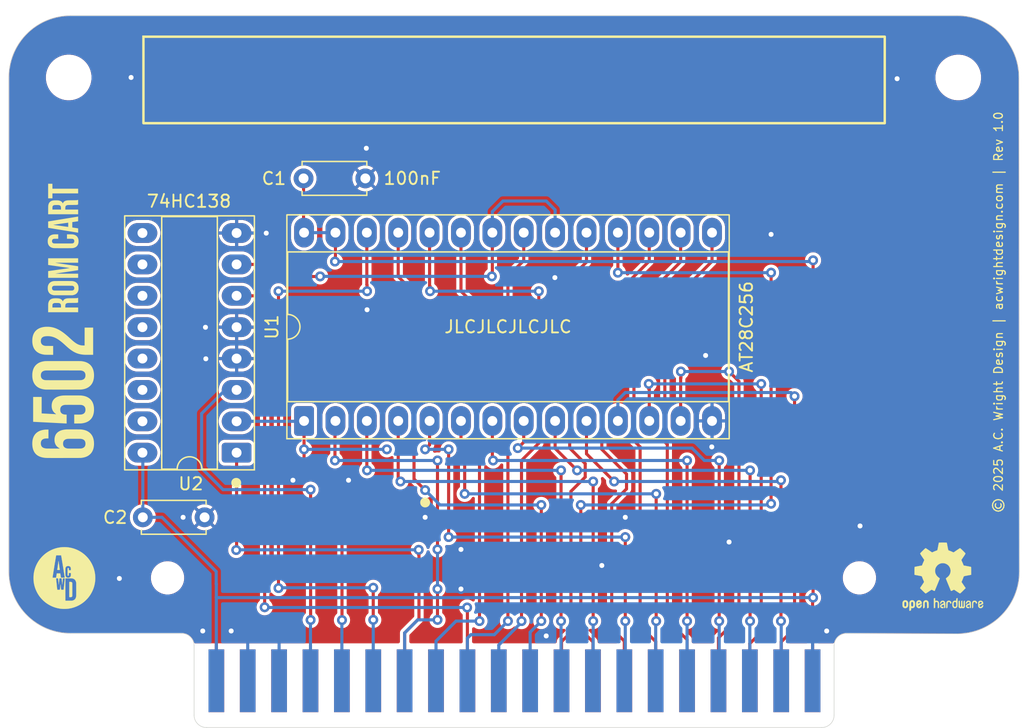
<source format=kicad_pcb>
(kicad_pcb (version 20241229) (generator "pcbnew") (generator_version "9.0")
  (title_block (title "6502 ROM Cart") (date "2025-09-17") (rev "1.0") (company "A.C. Wright Design"))
  (layers (0 "F.Cu" signal "Top") (2 "B.Cu" signal "Bottom") (13 "F.Paste" user) (15 "B.Paste" user) (5 "F.SilkS" user "F.Silkscreen") (7 "B.SilkS" user "B.Silkscreen") (1 "F.Mask" user) (3 "B.Mask" user) (25 "Edge.Cuts" user))
  (net 0 "")
  (net 1 "RB")
  (net 2 "A3")
  (net 3 "A0")
  (net 4 "D6")
  (net 5 "A10")
  (net 6 "A1")
  (net 7 "A5")
  (net 8 "D5")
  (net 9 "D0")
  (net 10 "A13")
  (net 11 "D2")
  (net 12 "A12")
  (net 13 "D4")
  (net 14 "A8")
  (net 15 "D3")
  (net 16 "D1")
  (net 17 "D7")
  (net 18 "A11")
  (net 19 "VCC")
  (net 20 "A4")
  (net 21 "RWB")
  (net 22 "PHI2")
  (net 24 "A15")
  (net 25 "A14")
  (net 27 "A7")
  (net 28 "A9")
  (net 29 "A6")
  (net 30 "A2")
  (net 36 "GND")
  (footprint "6502 Logos:6502 ROM Cart Logo 5mm" (layer "F.Cu") (at 102.900979 92.011955 90)
    (property "Reference" "G***" (hide yes))
    (property "Value" "LOGO" (hide yes))
  )
  (footprint "6502 Parts:6502 Card Edge" (layer "F.Cu") (at 115.3 132.57)
    (property "Reference" "J1" (hide yes))
    (property "Value" "6502 Card Edge" (hide yes))
    (pad "A0" smd rect (at 45.72 -2.54 90) (size 5.08 1.27) (layers "B.Cu" "B.Mask" "B.Paste") (net 3 "A0"))
    (pad "A1" smd rect (at 43.18 -2.54 90) (size 5.08 1.27) (layers "B.Cu" "B.Mask" "B.Paste") (net 6 "A1"))
    (pad "A2" smd rect (at 40.64 -2.54 90) (size 5.08 1.27) (layers "B.Cu" "B.Mask" "B.Paste") (net 30 "A2"))
    (pad "A3" smd rect (at 38.1 -2.54 90) (size 5.08 1.27) (layers "B.Cu" "B.Mask" "B.Paste") (net 2 "A3"))
    (pad "A4" smd rect (at 35.56 -2.54 90) (size 5.08 1.27) (layers "B.Cu" "B.Mask" "B.Paste") (net 20 "A4"))
    (pad "A5" smd rect (at 33.02 -2.54 90) (size 5.08 1.27) (layers "B.Cu" "B.Mask" "B.Paste") (net 7 "A5"))
    (pad "A6" smd rect (at 30.48 -2.54 90) (size 5.08 1.27) (layers "B.Cu" "B.Mask" "B.Paste") (net 29 "A6"))
    (pad "A7" smd rect (at 27.94 -2.54 90) (size 5.08 1.27) (layers "B.Cu" "B.Mask" "B.Paste") (net 27 "A7"))
    (pad "A8" smd rect (at 25.4 -2.54 90) (size 5.08 1.27) (layers "B.Cu" "B.Mask" "B.Paste") (net 14 "A8"))
    (pad "A9" smd rect (at 22.86 -2.54 90) (size 5.08 1.27) (layers "B.Cu" "B.Mask" "B.Paste") (net 28 "A9"))
    (pad "A10" smd rect (at 20.32 -2.54 90) (size 5.08 1.27) (layers "B.Cu" "B.Mask" "B.Paste") (net 5 "A10"))
    (pad "A11" smd rect (at 17.78 -2.54 90) (size 5.08 1.27) (layers "B.Cu" "B.Mask" "B.Paste") (net 18 "A11"))
    (pad "A12" smd rect (at 15.24 -2.54 90) (size 5.08 1.27) (layers "B.Cu" "B.Mask" "B.Paste") (net 12 "A12"))
    (pad "A13" smd rect (at 12.7 -2.54 90) (size 5.08 1.27) (layers "B.Cu" "B.Mask" "B.Paste") (net 10 "A13"))
    (pad "A14" smd rect (at 10.16 -2.54 90) (size 5.08 1.27) (layers "B.Cu" "B.Mask" "B.Paste") (net 25 "A14"))
    (pad "A15" smd rect (at 7.62 -2.54 90) (size 5.08 1.27) (layers "B.Cu" "B.Mask" "B.Paste") (net 24 "A15"))
    (pad "BE" smd rect (at 12.7 -2.54 90) (size 5.08 1.27) (layers "F.Cu" "F.Mask" "F.Paste"))
    (pad "D0" smd rect (at 45.72 -2.54 90) (size 5.08 1.27) (layers "F.Cu" "F.Mask" "F.Paste") (net 9 "D0"))
    (pad "D1" smd rect (at 43.18 -2.54 90) (size 5.08 1.27) (layers "F.Cu" "F.Mask" "F.Paste") (net 16 "D1"))
    (pad "D2" smd rect (at 40.64 -2.54 90) (size 5.08 1.27) (layers "F.Cu" "F.Mask" "F.Paste") (net 11 "D2"))
    (pad "D3" smd rect (at 38.1 -2.54 90) (size 5.08 1.27) (layers "F.Cu" "F.Mask" "F.Paste") (net 15 "D3"))
    (pad "D4" smd rect (at 35.56 -2.54 90) (size 5.08 1.27) (layers "F.Cu" "F.Mask" "F.Paste") (net 13 "D4"))
    (pad "D5" smd rect (at 33.02 -2.54 90) (size 5.08 1.27) (layers "F.Cu" "F.Mask" "F.Paste") (net 8 "D5"))
    (pad "D6" smd rect (at 30.48 -2.54 90) (size 5.08 1.27) (layers "F.Cu" "F.Mask" "F.Paste") (net 4 "D6"))
    (pad "D7" smd rect (at 27.94 -2.54 90) (size 5.08 1.27) (layers "F.Cu" "F.Mask" "F.Paste") (net 17 "D7"))
    (pad "EXP0" smd rect (at 5.08 -2.54 90) (size 5.08 1.27) (layers "B.Cu" "B.Mask" "B.Paste") (net 36 "GND"))
    (pad "EXP1" smd rect (at 2.54 -2.54 90) (size 5.08 1.27) (layers "B.Cu" "B.Mask" "B.Paste") (net 36 "GND"))
    (pad "EXP2" smd rect (at 25.4 -2.54 90) (size 5.08 1.27) (layers "F.Cu" "F.Mask" "F.Paste"))
    (pad "EXP3" smd rect (at 22.86 -2.54 90) (size 5.08 1.27) (layers "F.Cu" "F.Mask" "F.Paste"))
    (pad "GND" smd rect (at 0 -2.54 90) (size 5.08 1.27) (layers "F.Cu" "F.Mask" "F.Paste") (net 36 "GND"))
    (pad "GND" smd rect (at 48.26 -2.54 90) (size 5.08 1.27) (layers "B.Cu" "B.Mask" "B.Paste") (net 36 "GND"))
    (pad "IRQB" smd rect (at 5.08 -2.54 90) (size 5.08 1.27) (layers "F.Cu" "F.Mask" "F.Paste"))
    (pad "NMIB" smd rect (at 7.62 -2.54 90) (size 5.08 1.27) (layers "F.Cu" "F.Mask" "F.Paste"))
    (pad "PHI2" smd rect (at 20.32 -2.54 90) (size 5.08 1.27) (layers "F.Cu" "F.Mask" "F.Paste") (net 22 "PHI2"))
    (pad "RDY" smd rect (at 10.16 -2.54 90) (size 5.08 1.27) (layers "F.Cu" "F.Mask" "F.Paste"))
    (pad "RESB" smd rect (at 2.54 -2.54 90) (size 5.08 1.27) (layers "F.Cu" "F.Mask" "F.Paste"))
    (pad "RWB" smd rect (at 15.24 -2.54 90) (size 5.08 1.27) (layers "F.Cu" "F.Mask" "F.Paste") (net 21 "RWB"))
    (pad "SYNC" smd rect (at 17.78 -2.54 90) (size 5.08 1.27) (layers "F.Cu" "F.Mask" "F.Paste"))
    (pad "VCC" smd rect (at 0 -2.54 90) (size 5.08 1.27) (layers "B.Cu" "B.Mask" "B.Paste") (net 19 "VCC"))
    (pad "VCC" smd rect (at 48.26 -2.54 90) (size 5.08 1.27) (layers "F.Cu" "F.Mask" "F.Paste") (net 19 "VCC"))
  )
  (footprint "A.C. Wright Logo:A.C. Wright Logo 5mm" (layer "F.Cu") (at 103.0011 121.7136)
    (property "Reference" "G***" (hide yes))
    (property "Value" "LOGO" (hide yes))
  )
  (footprint "Symbol:OSHW-Logo2_7.3x6mm_SilkScreen" (layer "F.Cu") (at 174.1 121.6)
    (property "Reference" "REF**" (hide yes))
    (property "Value" "OSHW-Logo2_7.3x6mm_SilkScreen" (hide yes))
  )
  (footprint "Package_DIP:DIP-16_W7.62mm_Socket_LongPads" (layer "F.Cu") (at 116.94 111.57 180)
    (property "Reference" "U2" (at 3.7 -2.52 0) (layer "F.SilkS"))
    (property "Value" "74HC138" (at 3.85 20.35 0) (layer "F.SilkS"))
    (pad "1" thru_hole roundrect (at 0 0 180) (size 2.4 1.6) (drill 0.8) (layers "*.Cu" "*.Mask") (roundrect_rratio 0.15625) (net 21 "RWB"))
    (pad "2" thru_hole oval (at 0 2.54 180) (size 2.4 1.6) (drill 0.8) (layers "*.Cu" "*.Mask") (net 25 "A14"))
    (pad "3" thru_hole oval (at 0 5.08 180) (size 2.4 1.6) (drill 0.8) (layers "*.Cu" "*.Mask") (net 24 "A15"))
    (pad "4" thru_hole oval (at 0 7.62 180) (size 2.4 1.6) (drill 0.8) (layers "*.Cu" "*.Mask") (net 36 "GND"))
    (pad "5" thru_hole oval (at 0 10.16 180) (size 2.4 1.6) (drill 0.8) (layers "*.Cu" "*.Mask") (net 36 "GND"))
    (pad "6" thru_hole oval (at 0 12.7 180) (size 2.4 1.6) (drill 0.8) (layers "*.Cu" "*.Mask") (net 22 "PHI2"))
    (pad "7" thru_hole oval (at 0 15.24 180) (size 2.4 1.6) (drill 0.8) (layers "*.Cu" "*.Mask") (net 1 "RB"))
    (pad "8" thru_hole oval (at 0 17.78 180) (size 2.4 1.6) (drill 0.8) (layers "*.Cu" "*.Mask") (net 36 "GND"))
    (pad "9" thru_hole oval (at 7.62 17.78 180) (size 2.4 1.6) (drill 0.8) (layers "*.Cu" "*.Mask"))
    (pad "10" thru_hole oval (at 7.62 15.24 180) (size 2.4 1.6) (drill 0.8) (layers "*.Cu" "*.Mask"))
    (pad "11" thru_hole oval (at 7.62 12.7 180) (size 2.4 1.6) (drill 0.8) (layers "*.Cu" "*.Mask"))
    (pad "12" thru_hole oval (at 7.62 10.16 180) (size 2.4 1.6) (drill 0.8) (layers "*.Cu" "*.Mask"))
    (pad "13" thru_hole oval (at 7.62 7.62 180) (size 2.4 1.6) (drill 0.8) (layers "*.Cu" "*.Mask"))
    (pad "14" thru_hole oval (at 7.62 5.08 180) (size 2.4 1.6) (drill 0.8) (layers "*.Cu" "*.Mask"))
    (pad "15" thru_hole oval (at 7.62 2.54 180) (size 2.4 1.6) (drill 0.8) (layers "*.Cu" "*.Mask"))
    (pad "16" thru_hole oval (at 7.62 0 180) (size 2.4 1.6) (drill 0.8) (layers "*.Cu" "*.Mask") (net 19 "VCC"))
  )
  (footprint "MountingHole:MountingHole_3.2mm_M3" (layer "F.Cu") (at 103.35 81.2)
    (property "Reference" "H1" (hide yes))
    (property "Value" "MountingHole" (hide yes))
    (pad "" np_thru_hole circle (at 0 0) (size 3.2 3.2) (drill 3.2) (layers "*.Cu" "*.Mask"))
  )
  (footprint "Capacitor_THT:C_Disc_D5.0mm_W2.5mm_P5.00mm" (layer "F.Cu") (at 122.36 89.37)
    (property "Reference" "C1" (at -2.4 0.01 0) (layer "F.SilkS"))
    (property "Value" "100nF" (at 8.8 0 0) (layer "F.SilkS"))
    (pad "1" thru_hole circle (at 0 0) (size 1.6 1.6) (drill 0.8) (layers "*.Cu" "*.Mask") (net 19 "VCC"))
    (pad "2" thru_hole circle (at 5 0) (size 1.6 1.6) (drill 0.8) (layers "*.Cu" "*.Mask") (net 36 "GND"))
  )
  (footprint "MountingHole:MountingHole_3.2mm_M3" (layer "F.Cu") (at 175.35 81.2)
    (property "Reference" "H2" (hide yes))
    (property "Value" "MountingHole" (hide yes))
    (pad "" np_thru_hole circle (at 0 0) (size 3.2 3.2) (drill 3.2) (layers "*.Cu" "*.Mask"))
  )
  (footprint "MountingHole:MountingHole_2.2mm_M2" (layer "F.Cu") (at 111.35 121.7)
    (property "Reference" "H3" (hide yes))
    (property "Value" "MountingHole" (hide yes))
    (pad "" np_thru_hole circle (at 0 0) (size 2.2 2.2) (drill 2.2) (layers "*.Cu" "*.Mask"))
  )
  (footprint "Package_DIP:DIP-28_W15.24mm_Socket_LongPads" (layer "F.Cu") (at 122.4 109 90)
    (property "Reference" "U1" (at 7.6 -2.6 90) (layer "F.SilkS"))
    (property "Value" "AT28C256" (at 7.62 35.8 90) (layer "F.SilkS"))
    (pad "1" thru_hole roundrect (at 0 0 90) (size 2.4 1.6) (drill 0.8) (layers "*.Cu" "*.Mask") (roundrect_rratio 0.15625) (net 25 "A14"))
    (pad "2" thru_hole oval (at 0 2.54 90) (size 2.4 1.6) (drill 0.8) (layers "*.Cu" "*.Mask") (net 12 "A12"))
    (pad "3" thru_hole oval (at 0 5.08 90) (size 2.4 1.6) (drill 0.8) (layers "*.Cu" "*.Mask") (net 27 "A7"))
    (pad "4" thru_hole oval (at 0 7.62 90) (size 2.4 1.6) (drill 0.8) (layers "*.Cu" "*.Mask") (net 29 "A6"))
    (pad "5" thru_hole oval (at 0 10.16 90) (size 2.4 1.6) (drill 0.8) (layers "*.Cu" "*.Mask") (net 7 "A5"))
    (pad "6" thru_hole oval (at 0 12.7 90) (size 2.4 1.6) (drill 0.8) (layers "*.Cu" "*.Mask") (net 20 "A4"))
    (pad "7" thru_hole oval (at 0 15.24 90) (size 2.4 1.6) (drill 0.8) (layers "*.Cu" "*.Mask") (net 2 "A3"))
    (pad "8" thru_hole oval (at 0 17.78 90) (size 2.4 1.6) (drill 0.8) (layers "*.Cu" "*.Mask") (net 30 "A2"))
    (pad "9" thru_hole oval (at 0 20.32 90) (size 2.4 1.6) (drill 0.8) (layers "*.Cu" "*.Mask") (net 6 "A1"))
    (pad "10" thru_hole oval (at 0 22.86 90) (size 2.4 1.6) (drill 0.8) (layers "*.Cu" "*.Mask") (net 3 "A0"))
    (pad "11" thru_hole oval (at 0 25.4 90) (size 2.4 1.6) (drill 0.8) (layers "*.Cu" "*.Mask") (net 9 "D0"))
    (pad "12" thru_hole oval (at 0 27.94 90) (size 2.4 1.6) (drill 0.8) (layers "*.Cu" "*.Mask") (net 16 "D1"))
    (pad "13" thru_hole oval (at 0 30.48 90) (size 2.4 1.6) (drill 0.8) (layers "*.Cu" "*.Mask") (net 11 "D2"))
    (pad "14" thru_hole oval (at 0 33.02 90) (size 2.4 1.6) (drill 0.8) (layers "*.Cu" "*.Mask") (net 36 "GND"))
    (pad "15" thru_hole oval (at 15.24 33.02 90) (size 2.4 1.6) (drill 0.8) (layers "*.Cu" "*.Mask") (net 15 "D3"))
    (pad "16" thru_hole oval (at 15.24 30.48 90) (size 2.4 1.6) (drill 0.8) (layers "*.Cu" "*.Mask") (net 13 "D4"))
    (pad "17" thru_hole oval (at 15.24 27.94 90) (size 2.4 1.6) (drill 0.8) (layers "*.Cu" "*.Mask") (net 8 "D5"))
    (pad "18" thru_hole oval (at 15.24 25.4 90) (size 2.4 1.6) (drill 0.8) (layers "*.Cu" "*.Mask") (net 4 "D6"))
    (pad "19" thru_hole oval (at 15.24 22.86 90) (size 2.4 1.6) (drill 0.8) (layers "*.Cu" "*.Mask") (net 17 "D7"))
    (pad "20" thru_hole oval (at 15.24 20.32 90) (size 2.4 1.6) (drill 0.8) (layers "*.Cu" "*.Mask") (net 1 "RB"))
    (pad "21" thru_hole oval (at 15.24 17.78 90) (size 2.4 1.6) (drill 0.8) (layers "*.Cu" "*.Mask") (net 5 "A10"))
    (pad "22" thru_hole oval (at 15.24 15.24 90) (size 2.4 1.6) (drill 0.8) (layers "*.Cu" "*.Mask") (net 1 "RB"))
    (pad "23" thru_hole oval (at 15.24 12.7 90) (size 2.4 1.6) (drill 0.8) (layers "*.Cu" "*.Mask") (net 18 "A11"))
    (pad "24" thru_hole oval (at 15.24 10.16 90) (size 2.4 1.6) (drill 0.8) (layers "*.Cu" "*.Mask") (net 28 "A9"))
    (pad "25" thru_hole oval (at 15.24 7.62 90) (size 2.4 1.6) (drill 0.8) (layers "*.Cu" "*.Mask") (net 14 "A8"))
    (pad "26" thru_hole oval (at 15.24 5.08 90) (size 2.4 1.6) (drill 0.8) (layers "*.Cu" "*.Mask") (net 10 "A13"))
    (pad "27" thru_hole oval (at 15.24 2.54 90) (size 2.4 1.6) (drill 0.8) (layers "*.Cu" "*.Mask") (net 19 "VCC"))
    (pad "28" thru_hole oval (at 15.24 0 90) (size 2.4 1.6) (drill 0.8) (layers "*.Cu" "*.Mask") (net 19 "VCC"))
  )
  (footprint "MountingHole:MountingHole_2.2mm_M2" (layer "F.Cu") (at 167.35 121.7)
    (property "Reference" "H4" (hide yes))
    (property "Value" "MountingHole" (hide yes))
    (pad "" np_thru_hole circle (at 0 0) (size 2.2 2.2) (drill 2.2) (layers "*.Cu" "*.Mask"))
  )
  (footprint "Capacitor_THT:C_Disc_D5.0mm_W2.5mm_P5.00mm" (layer "F.Cu") (at 109.35 116.8)
    (property "Reference" "C2" (at -2.24 0.01 0) (layer "F.SilkS"))
    (property "Value" "100nF")
    (pad "1" thru_hole circle (at 0 0) (size 1.6 1.6) (drill 0.8) (layers "*.Cu" "*.Mask") (net 19 "VCC"))
    (pad "2" thru_hole circle (at 5 0) (size 1.6 1.6) (drill 0.8) (layers "*.Cu" "*.Mask") (net 36 "GND"))
  )
  (gr_circle (center 116.91 114.01) (end 117.11 114.01) (stroke (width 0.4)) (fill no) (layer "F.SilkS"))
  (gr_rect (start 109.4 77.9) (end 169.4 84.9) (stroke (width 0.2)) (fill no) (layer "F.SilkS"))
  (gr_circle (center 132.2 115.6) (end 132.4 115.6) (stroke (width 0.4)) (fill no) (layer "F.SilkS"))
  (gr_arc (start 165.3011 127.1936) (mid 165.593993 126.486493) (end 166.30995 126.193639) (stroke (width 0.05)) (layer "Edge.Cuts"))
  (gr_line (start 98.5011 81.1936) (end 98.5011 121.1936) (stroke (width 0.05)) (layer "Edge.Cuts"))
  (gr_line (start 103.5011 126.1936) (end 112.5011 126.1936) (stroke (width 0.05)) (layer "Edge.Cuts"))
  (gr_line (start 180.299982 121.180046) (end 180.264425 81.189254) (stroke (width 0.05)) (layer "Edge.Cuts"))
  (gr_arc (start 175.228283 76.193601) (mid 178.8 77.658066) (end 180.264425 81.189254) (stroke (width 0.05)) (layer "Edge.Cuts"))
  (gr_arc (start 103.5011 126.1936) (mid 99.965566 124.729134) (end 98.5011 121.1936) (stroke (width 0.05)) (layer "Edge.Cuts"))
  (gr_arc (start 98.5011 81.1936) (mid 99.965566 77.658066) (end 103.5011 76.1936) (stroke (width 0.05)) (layer "Edge.Cuts"))
  (gr_line (start 166.30995 126.193639) (end 175.300174 126.229171) (stroke (width 0.05)) (layer "Edge.Cuts"))
  (gr_arc (start 112.5011 126.1936) (mid 113.208207 126.486493) (end 113.5011 127.1936) (stroke (width 0.05)) (layer "Edge.Cuts"))
  (gr_line (start 175.228283 76.193601) (end 103.5011 76.1936) (stroke (width 0.05)) (layer "Edge.Cuts"))
  (gr_arc (start 114.5011 133.8136) (mid 113.793993 133.520707) (end 113.5011 132.8136) (stroke (width 0.05)) (layer "Edge.Cuts"))
  (gr_line (start 113.5011 127.1936) (end 113.5011 132.8136) (stroke (width 0.05)) (layer "Edge.Cuts"))
  (gr_arc (start 180.299982 121.180046) (mid 178.798087 124.781107) (end 175.300174 126.229171) (stroke (width 0.05)) (layer "Edge.Cuts"))
  (gr_arc (start 165.3011 132.8136) (mid 165.008207 133.520707) (end 164.3011 133.8136) (stroke (width 0.05)) (layer "Edge.Cuts"))
  (gr_line (start 165.3011 132.8136) (end 165.3011 127.1936) (stroke (width 0.05)) (layer "Edge.Cuts"))
  (gr_line (start 114.5011 133.8136) (end 164.3011 133.8136) (stroke (width 0.05)) (layer "Edge.Cuts"))
  (gr_text "© 2025 A.C. Wright Design | acwrightdesign.com | Rev 1.0" (at 178.6 100.2 90) (layer "F.SilkS") (effects (font (size 0.7 0.7) (thickness 0.1))))
  (gr_text "JLCJLCJLCJLC" (at 138.91 101.38 0) (layer "F.SilkS") (effects (font (size 1 1))))
  (segment (start 123.69 97.31) (end 123.7 97.3) (width 0.25) (layer "F.Cu") (net 1))
  (segment (start 116.94 96.33) (end 120.58 96.33) (width 0.25) (layer "F.Cu") (net 1))
  (segment (start 121.56 97.31) (end 123.69 97.31) (width 0.25) (layer "F.Cu") (net 1))
  (segment (start 137.64 97.26) (end 137.64 93.76) (width 0.25) (layer "F.Cu") (net 1))
  (segment (start 120.58 96.33) (end 121.56 97.31) (width 0.25) (layer "F.Cu") (net 1))
  (segment (start 137.6 97.3) (end 137.64 97.26) (width 0.25) (layer "F.Cu") (net 1))
  (via (at 137.6 97.3) (size 0.8) (drill 0.4) (layers "F.Cu" "B.Cu") (net 1))
  (via (at 123.7 97.3) (size 0.8) (drill 0.4) (layers "F.Cu" "B.Cu") (net 1))
  (segment (start 142 91.2) (end 142.72 91.92) (width 0.25) (layer "B.Cu") (net 1))
  (segment (start 137.64 93.76) (end 137.64 92.06) (width 0.25) (layer "B.Cu") (net 1))
  (segment (start 137.64 92.06) (end 138.5 91.2) (width 0.25) (layer "B.Cu") (net 1))
  (segment (start 123.7 97.3) (end 137.6 97.3) (width 0.25) (layer "B.Cu") (net 1))
  (segment (start 142.72 91.92) (end 142.72 93.76) (width 0.25) (layer "B.Cu") (net 1))
  (segment (start 138.5 91.2) (end 142 91.2) (width 0.25) (layer "B.Cu") (net 1))
  (segment (start 153.4 112.2) (end 153.4 125.2) (width 0.25) (layer "F.Cu") (net 2))
  (segment (start 137.64 109) (end 137.64 112.14) (width 0.25) (layer "F.Cu") (net 2))
  (segment (start 137.64 112.14) (end 137.7 112.2) (width 0.25) (layer "F.Cu") (net 2))
  (via (at 153.4 125.2) (size 0.8) (drill 0.4) (layers "F.Cu" "B.Cu") (net 2))
  (via (at 153.4 112.2) (size 0.8) (drill 0.4) (layers "F.Cu" "B.Cu") (net 2))
  (via (at 137.7 112.2) (size 0.8) (drill 0.4) (layers "F.Cu" "B.Cu") (net 2))
  (segment (start 137.7 112.2) (end 153.4 112.2) (width 0.25) (layer "B.Cu") (net 2))
  (segment (start 153.4 125.2) (end 153.4 130.03) (width 0.25) (layer "B.Cu") (net 2))
  (segment (start 145.26 109) (end 145.26 111.66) (width 0.25) (layer "F.Cu") (net 3))
  (segment (start 145.26 111.66) (end 147.5 113.9) (width 0.25) (layer "F.Cu") (net 3))
  (segment (start 161 113.8) (end 161 125.2) (width 0.25) (layer "F.Cu") (net 3))
  (via (at 161 125.2) (size 0.8) (drill 0.4) (layers "F.Cu" "B.Cu") (net 3))
  (via (at 161 113.8) (size 0.8) (drill 0.4) (layers "F.Cu" "B.Cu") (net 3))
  (via (at 147.5 113.9) (size 0.8) (drill 0.4) (layers "F.Cu" "B.Cu") (net 3))
  (segment (start 147.5 113.9) (end 160.9 113.9) (width 0.25) (layer "B.Cu") (net 3))
  (segment (start 160.9 113.9) (end 161 113.8) (width 0.25) (layer "B.Cu") (net 3))
  (segment (start 161 125.2) (end 161.02 125.22) (width 0.25) (layer "B.Cu") (net 3))
  (segment (start 161.02 125.22) (end 161.02 130.03) (width 0.25) (layer "B.Cu") (net 3))
  (segment (start 147.8 97) (end 147.8 93.76) (width 0.25) (layer "F.Cu") (net 4))
  (segment (start 160.2 115.7) (end 160.2 97) (width 0.25) (layer "F.Cu") (net 4))
  (segment (start 145.78 130.03) (end 145.78 126.88) (width 0.25) (layer "F.Cu") (net 4))
  (segment (start 144.8 125.9) (end 144.8 115.8) (width 0.25) (layer "F.Cu") (net 4))
  (segment (start 145.78 126.88) (end 144.8 125.9) (width 0.25) (layer "F.Cu") (net 4))
  (segment (start 144.8 115.8) (end 144.8 115.9) (width 0.25) (layer "F.Cu") (net 4))
  (via (at 160.2 115.7) (size 0.8) (drill 0.4) (layers "F.Cu" "B.Cu") (net 4))
  (via (at 147.8 97) (size 0.8) (drill 0.4) (layers "F.Cu" "B.Cu") (net 4))
  (via (at 160.2 97) (size 0.8) (drill 0.4) (layers "F.Cu" "B.Cu") (net 4))
  (via (at 144.8 115.8) (size 0.8) (drill 0.4) (layers "F.Cu" "B.Cu") (net 4))
  (segment (start 160.1 115.8) (end 160.2 115.7) (width 0.25) (layer "B.Cu") (net 4))
  (segment (start 144.8 115.8) (end 160.1 115.8) (width 0.25) (layer "B.Cu") (net 4))
  (segment (start 160.2 97) (end 147.8 97) (width 0.25) (layer "B.Cu") (net 4))
  (segment (start 138.9 97.3) (end 140.18 96.02) (width 0.25) (layer "F.Cu") (net 5))
  (segment (start 138.9 125.2) (end 138.9 97.3) (width 0.25) (layer "F.Cu") (net 5))
  (segment (start 140.18 96.02) (end 140.18 93.76) (width 0.25) (layer "F.Cu") (net 5))
  (via (at 138.9 125.2) (size 0.8) (drill 0.4) (layers "F.Cu" "B.Cu") (net 5))
  (segment (start 135.62 126.58) (end 135.9 126.3) (width 0.25) (layer "B.Cu") (net 5))
  (segment (start 135.62 130.03) (end 135.62 126.58) (width 0.25) (layer "B.Cu") (net 5))
  (segment (start 135.9 126.3) (end 137.8 126.3) (width 0.25) (layer "B.Cu") (net 5))
  (segment (start 135.636 130.014) (end 135.62 130.03) (width 0.25) (layer "B.Cu") (net 5))
  (segment (start 137.8 126.3) (end 138.9 125.2) (width 0.25) (layer "B.Cu") (net 5))
  (segment (start 144.5 113) (end 142.72 111.22) (width 0.25) (layer "F.Cu") (net 6))
  (segment (start 142.72 111.22) (end 142.72 109) (width 0.25) (layer "F.Cu") (net 6))
  (segment (start 158.5 113) (end 158.5 125.2) (width 0.25) (layer "F.Cu") (net 6))
  (via (at 158.5 125.2) (size 0.8) (drill 0.4) (layers "F.Cu" "B.Cu") (net 6))
  (via (at 144.5 113) (size 0.8) (drill 0.4) (layers "F.Cu" "B.Cu") (net 6))
  (via (at 158.5 113) (size 0.8) (drill 0.4) (layers "F.Cu" "B.Cu") (net 6))
  (segment (start 158.48 125.22) (end 158.48 130.03) (width 0.25) (layer "B.Cu") (net 6))
  (segment (start 158.5 125.2) (end 158.48 125.22) (width 0.25) (layer "B.Cu") (net 6))
  (segment (start 144.5 113) (end 158.5 113) (width 0.25) (layer "B.Cu") (net 6))
  (segment (start 134.1 111.3) (end 134.1 118.4) (width 0.25) (layer "F.Cu") (net 7))
  (segment (start 148.4 118.4) (end 148.4 125.2) (width 0.25) (layer "F.Cu") (net 7))
  (segment (start 132.56 110.94) (end 132.2 111.3) (width 0.25) (layer "F.Cu") (net 7))
  (segment (start 132.56 109) (end 132.56 110.94) (width 0.25) (layer "F.Cu") (net 7))
  (via (at 134.1 111.3) (size 0.8) (drill 0.4) (layers "F.Cu" "B.Cu") (net 7))
  (via (at 148.4 125.2) (size 0.8) (drill 0.4) (layers "F.Cu" "B.Cu") (net 7))
  (via (at 132.2 111.3) (size 0.8) (drill 0.4) (layers "F.Cu" "B.Cu") (net 7))
  (via (at 148.4 118.4) (size 0.8) (drill 0.4) (layers "F.Cu" "B.Cu") (net 7))
  (via (at 134.1 118.4) (size 0.8) (drill 0.4) (layers "F.Cu" "B.Cu") (net 7))
  (segment (start 148.4 129.95) (end 148.32 130.03) (width 0.25) (layer "B.Cu") (net 7))
  (segment (start 132.2 111.3) (end 134.1 111.3) (width 0.25) (layer "B.Cu") (net 7))
  (segment (start 148.336 130.014) (end 148.32 130.03) (width 0.25) (layer "B.Cu") (net 7))
  (segment (start 148.4 125.2) (end 148.4 129.95) (width 0.25) (layer "B.Cu") (net 7))
  (segment (start 134.1 118.4) (end 148.4 118.4) (width 0.25) (layer "B.Cu") (net 7))
  (segment (start 148.5 113.3) (end 146.5 111.3) (width 0.25) (layer "F.Cu") (net 8))
  (segment (start 150.34 96.06) (end 150.34 93.76) (width 0.25) (layer "F.Cu") (net 8))
  (segment (start 148.32 130.03) (end 148.32 126.82) (width 0.25) (layer "F.Cu") (net 8))
  (segment (start 146.5 111.3) (end 146.5 99.9) (width 0.25) (layer "F.Cu") (net 8))
  (segment (start 148.5 114.5) (end 148.5 113.3) (width 0.25) (layer "F.Cu") (net 8))
  (segment (start 148.32 126.82) (end 147.3 125.8) (width 0.25) (layer "F.Cu") (net 8))
  (segment (start 146.5 99.9) (end 150.34 96.06) (width 0.25) (layer "F.Cu") (net 8))
  (segment (start 147.3 115.7) (end 148.5 114.5) (width 0.25) (layer "F.Cu") (net 8))
  (segment (start 147.3 125.8) (end 147.3 115.7) (width 0.25) (layer "F.Cu") (net 8))
  (segment (start 162 125.9) (end 162.1 125.8) (width 0.25) (layer "F.Cu") (net 9))
  (segment (start 161.02 126.88) (end 162 125.9) (width 0.25) (layer "F.Cu") (net 9))
  (segment (start 162.1 125.8) (end 162.1 107) (width 0.25) (layer "F.Cu") (net 9))
  (segment (start 161.02 130.03) (end 161.02 126.88) (width 0.25) (layer "F.Cu") (net 9))
  (via (at 162.1 107) (size 0.8) (drill 0.4) (layers "F.Cu" "B.Cu") (net 9))
  (segment (start 147.8 107.3) (end 147.8 109) (width 0.25) (layer "B.Cu") (net 9))
  (segment (start 162.1 107) (end 161.8 106.7) (width 0.25) (layer "B.Cu") (net 9))
  (segment (start 148.4 106.7) (end 147.8 107.3) (width 0.25) (layer "B.Cu") (net 9))
  (segment (start 161.8 106.7) (end 148.4 106.7) (width 0.25) (layer "B.Cu") (net 9))
  (segment (start 127.5 98) (end 127.48 97.98) (width 0.25) (layer "F.Cu") (net 10))
  (segment (start 128 125.1) (end 128 122.5) (width 0.25) (layer "F.Cu") (net 10))
  (segment (start 120.33 122.41) (end 120.21 122.53) (width 0.25) (layer "F.Cu") (net 10))
  (segment (start 127.5 98.5) (end 127.5 98) (width 0.25) (layer "F.Cu") (net 10))
  (segment (start 120.21 122.53) (end 120.33 122.53) (width 0.25) (layer "F.Cu") (net 10))
  (segment (start 120.33 98.5) (end 120.33 122.41) (width 0.25) (layer "F.Cu") (net 10))
  (segment (start 127.48 97.98) (end 127.48 93.76) (width 0.25) (layer "F.Cu") (net 10))
  (via (at 128 125.1) (size 0.8) (drill 0.4) (layers "F.Cu" "B.Cu") (net 10))
  (via (at 127.5 98.5) (size 0.8) (drill 0.4) (layers "F.Cu" "B.Cu") (net 10))
  (via (at 120.33 98.5) (size 0.8) (drill 0.4) (layers "F.Cu" "B.Cu") (net 10))
  (via (at 128 122.5) (size 0.8) (drill 0.4) (layers "F.Cu" "B.Cu") (net 10))
  (via (at 120.33 122.53) (size 0.8) (drill 0.4) (layers "F.Cu" "B.Cu") (net 10))
  (segment (start 120.33 122.53) (end 120.36 122.5) (width 0.25) (layer "B.Cu") (net 10))
  (segment (start 120.36 122.5) (end 128 122.5) (width 0.25) (layer "B.Cu") (net 10))
  (segment (start 120.33 98.5) (end 127.5 98.5) (width 0.25) (layer "B.Cu") (net 10))
  (segment (start 128.016 130.014) (end 128 130.03) (width 0.25) (layer "B.Cu") (net 10))
  (segment (start 128 130.03) (end 128 125.1) (width 0.25) (layer "B.Cu") (net 10))
  (segment (start 157.6 105.8) (end 156.8 105) (width 0.25) (layer "F.Cu") (net 11))
  (segment (start 152.9 105) (end 152.9 105.5) (width 0.25) (layer "F.Cu") (net 11))
  (segment (start 157.6 124.9) (end 157.6 105.8) (width 0.25) (layer "F.Cu") (net 11))
  (segment (start 152.88 105.52) (end 152.88 109) (width 0.25) (layer "F.Cu") (net 11))
  (segment (start 152.9 105.5) (end 152.88 105.52) (width 0.25) (layer "F.Cu") (net 11))
  (segment (start 155.94 130.03) (end 155.94 126.56) (width 0.25) (layer "F.Cu") (net 11))
  (segment (start 155.94 126.56) (end 157.6 124.9) (width 0.25) (layer "F.Cu") (net 11))
  (via (at 152.9 105) (size 0.8) (drill 0.4) (layers "F.Cu" "B.Cu") (net 11))
  (via (at 156.8 105) (size 0.8) (drill 0.4) (layers "F.Cu" "B.Cu") (net 11))
  (segment (start 156.8 105) (end 152.9 105) (width 0.25) (layer "B.Cu") (net 11))
  (segment (start 124.9 112.2) (end 124.9 109.04) (width 0.25) (layer "F.Cu") (net 12))
  (segment (start 133.2 125.1) (end 133.2 122.6) (width 0.25) (layer "F.Cu") (net 12))
  (segment (start 133.2 119.4) (end 133.2 112.2) (width 0.25) (layer "F.Cu") (net 12))
  (segment (start 124.9 109.04) (end 124.94 109) (width 0.25) (layer "F.Cu") (net 12))
  (via (at 124.9 112.2) (size 0.8) (drill 0.4) (layers "F.Cu" "B.Cu") (net 12))
  (via (at 133.2 112.2) (size 0.8) (drill 0.4) (layers "F.Cu" "B.Cu") (net 12))
  (via (at 133.2 125.1) (size 0.8) (drill 0.4) (layers "F.Cu" "B.Cu") (net 12))
  (via (at 133.2 122.6) (size 0.8) (drill 0.4) (layers "F.Cu" "B.Cu") (net 12))
  (via (at 133.2 119.4) (size 0.8) (drill 0.4) (layers "F.Cu" "B.Cu") (net 12))
  (segment (start 133.2 112.2) (end 124.9 112.2) (width 0.25) (layer "B.Cu") (net 12))
  (segment (start 130.54 130.03) (end 130.54 126.16) (width 0.25) (layer "B.Cu") (net 12))
  (segment (start 133.2 122.6) (end 133.2 119.4) (width 0.25) (layer "B.Cu") (net 12))
  (segment (start 131.6 125.1) (end 133.2 125.1) (width 0.25) (layer "B.Cu") (net 12))
  (segment (start 130.54 126.16) (end 131.6 125.1) (width 0.25) (layer "B.Cu") (net 12))
  (segment (start 149.6 125.6) (end 149.6 111.1) (width 0.25) (layer "F.Cu") (net 13))
  (segment (start 152.9 96.1) (end 152.88 96.08) (width 0.25) (layer "F.Cu") (net 13))
  (segment (start 152.88 96.08) (end 152.88 93.76) (width 0.25) (layer "F.Cu") (net 13))
  (segment (start 150.86 130.03) (end 150.86 126.86) (width 0.25) (layer "F.Cu") (net 13))
  (segment (start 149.6 111.1) (end 149.1 110.6) (width 0.25) (layer "F.Cu") (net 13))
  (segment (start 149.1 99.9) (end 152.9 96.1) (width 0.25) (layer "F.Cu") (net 13))
  (segment (start 149.1 110.6) (end 149.1 99.9) (width 0.25) (layer "F.Cu") (net 13))
  (segment (start 150.86 126.86) (end 149.6 125.6) (width 0.25) (layer "F.Cu") (net 13))
  (segment (start 141.6 125.2) (end 141.6 115.8) (width 0.25) (layer "F.Cu") (net 14))
  (segment (start 130 97.3) (end 130.02 97.28) (width 0.25) (layer "F.Cu") (net 14))
  (segment (start 131.3 98.6) (end 130 97.3) (width 0.25) (layer "F.Cu") (net 14))
  (segment (start 132.2 114.6) (end 131.3 113.7) (width 0.25) (layer "F.Cu") (net 14))
  (segment (start 130.02 97.28) (end 130.02 93.76) (width 0.25) (layer "F.Cu") (net 14))
  (segment (start 131.3 113.7) (end 131.3 98.6) (width 0.25) (layer "F.Cu") (net 14))
  (via (at 141.6 125.2) (size 0.8) (drill 0.4) (layers "F.Cu" "B.Cu") (net 14))
  (via (at 132.2 114.6) (size 0.8) (drill 0.4) (layers "F.Cu" "B.Cu") (net 14))
  (via (at 141.6 115.8) (size 0.8) (drill 0.4) (layers "F.Cu" "B.Cu") (net 14))
  (segment (start 140.7 130.03) (end 140.716 130.014) (width 0.25) (layer "B.Cu") (net 14))
  (segment (start 140.7 130.03) (end 140.7 126.1) (width 0.25) (layer "B.Cu") (net 14))
  (segment (start 133.4 115.8) (end 141.6 115.8) (width 0.25) (layer "B.Cu") (net 14))
  (segment (start 140.7 126.1) (end 141.6 125.2) (width 0.25) (layer "B.Cu") (net 14))
  (segment (start 132.2 114.6) (end 133.4 115.8) (width 0.25) (layer "B.Cu") (net 14))
  (segment (start 151.8 125.1) (end 151.8 110.9) (width 0.25) (layer "F.Cu") (net 15))
  (segment (start 153.4 126.7) (end 151.8 125.1) (width 0.25) (layer "F.Cu") (net 15))
  (segment (start 151.6 110.7) (end 151.6 99.9) (width 0.25) (layer "F.Cu") (net 15))
  (segment (start 151.6 99.9) (end 155.42 96.08) (width 0.25) (layer "F.Cu") (net 15))
  (segment (start 155.42 96.08) (end 155.42 93.76) (width 0.25) (layer "F.Cu") (net 15))
  (segment (start 153.4 130.03) (end 153.4 126.7) (width 0.25) (layer "F.Cu") (net 15))
  (segment (start 151.8 110.9) (end 151.6 110.7) (width 0.25) (layer "F.Cu") (net 15))
  (segment (start 158.48 127.02) (end 159.4 126.1) (width 0.25) (layer "F.Cu") (net 16))
  (segment (start 158.48 130.03) (end 158.48 127.02) (width 0.25) (layer "F.Cu") (net 16))
  (segment (start 150.3 106) (end 150.3 106.4) (width 0.25) (layer "F.Cu") (net 16))
  (segment (start 150.3 106.4) (end 150.34 106.44) (width 0.25) (layer "F.Cu") (net 16))
  (segment (start 150.34 106.44) (end 150.34 109) (width 0.25) (layer "F.Cu") (net 16))
  (segment (start 159.4 126.1) (end 159.4 106) (width 0.25) (layer "F.Cu") (net 16))
  (via (at 150.3 106) (size 0.8) (drill 0.4) (layers "F.Cu" "B.Cu") (net 16))
  (via (at 159.4 106) (size 0.8) (drill 0.4) (layers "F.Cu" "B.Cu") (net 16))
  (segment (start 159.4 106) (end 150.3 106) (width 0.25) (layer "B.Cu") (net 16))
  (segment (start 144 126.1) (end 144 114.7) (width 0.25) (layer "F.Cu") (net 17))
  (segment (start 144 114.7) (end 145.156 113.544) (width 0.25) (layer "F.Cu") (net 17))
  (segment (start 143.24 130.03) (end 143.24 126.86) (width 0.25) (layer "F.Cu") (net 17))
  (segment (start 143.9 97.5) (end 145.26 96.14) (width 0.25) (layer "F.Cu") (net 17))
  (segment (start 145.26 96.14) (end 145.26 93.76) (width 0.25) (layer "F.Cu") (net 17))
  (segment (start 145.156 112.456) (end 143.9 111.2) (width 0.25) (layer "F.Cu") (net 17))
  (segment (start 145.156 113.544) (end 145.156 112.456) (width 0.25) (layer "F.Cu") (net 17))
  (segment (start 143.24 126.86) (end 144 126.1) (width 0.25) (layer "F.Cu") (net 17))
  (segment (start 143.9 111.2) (end 143.9 97.5) (width 0.25) (layer "F.Cu") (net 17))
  (segment (start 135.1 98.5) (end 135.1 93.76) (width 0.25) (layer "F.Cu") (net 18))
  (segment (start 136.4 110.9) (end 136.4 99.8) (width 0.25) (layer "F.Cu") (net 18))
  (segment (start 136.6 125.2) (end 136.6 111.1) (width 0.25) (layer "F.Cu") (net 18))
  (segment (start 136.4 99.8) (end 135.1 98.5) (width 0.25) (layer "F.Cu") (net 18))
  (segment (start 136.6 111.1) (end 136.4 110.9) (width 0.25) (layer "F.Cu") (net 18))
  (via (at 136.6 125.2) (size 0.8) (drill 0.4) (layers "F.Cu" "B.Cu") (net 18))
  (segment (start 134.7 125.2) (end 136.6 125.2) (width 0.25) (layer "B.Cu") (net 18))
  (segment (start 134.2 125.7) (end 134.7 125.2) (width 0.25) (layer "B.Cu") (net 18))
  (segment (start 133.08 130.03) (end 133.08 126.82) (width 0.25) (layer "B.Cu") (net 18))
  (segment (start 133.08 126.82) (end 134.2 125.7) (width 0.25) (layer "B.Cu") (net 18))
  (segment (start 163.6 96) (end 163.6 123.3) (width 0.25) (layer "F.Cu") (net 19))
  (segment (start 122.36 93.72) (end 122.4 93.76) (width 0.25) (layer "F.Cu") (net 19))
  (segment (start 163.56 123.34) (end 163.56 130.03) (width 0.25) (layer "F.Cu") (net 19))
  (segment (start 124.94 93.76) (end 124.94 96.06) (width 0.25) (layer "F.Cu") (net 19))
  (segment (start 124.94 96.06) (end 124.9 96.1) (width 0.25) (layer "F.Cu") (net 19))
  (segment (start 163.6 123.3) (end 163.56 123.34) (width 0.25) (layer "F.Cu") (net 19))
  (segment (start 122.36 89.37) (end 122.36 93.72) (width 0.25) (layer "F.Cu") (net 19))
  (via (at 124.9 96.1) (size 0.8) (drill 0.4) (layers "F.Cu" "B.Cu") (net 19))
  (via (at 163.6 96) (size 0.8) (drill 0.4) (layers "F.Cu" "B.Cu") (net 19))
  (via (at 163.6 123.3) (size 0.8) (drill 0.4) (layers "F.Cu" "B.Cu") (net 19))
  (segment (start 109.35 116.8) (end 109.35 111.6) (width 0.25) (layer "B.Cu") (net 19))
  (segment (start 109.35 111.6) (end 109.32 111.57) (width 0.25) (layer "B.Cu") (net 19))
  (segment (start 163.5 96.1) (end 163.6 96) (width 0.25) (layer "B.Cu") (net 19))
  (segment (start 110.9 116.8) (end 109.35 116.8) (width 0.25) (layer "B.Cu") (net 19))
  (segment (start 115.33 123.3) (end 115.3 123.27) (width 0.25) (layer "B.Cu") (net 19))
  (segment (start 163.6 123.3) (end 115.33 123.3) (width 0.25) (layer "B.Cu") (net 19))
  (segment (start 115.29 122.19) (end 115.29 121.19) (width 0.25) (layer "B.Cu") (net 19))
  (segment (start 115.3 130.03) (end 115.3 123.27) (width 0.25) (layer "B.Cu") (net 19))
  (segment (start 115.3 122.2) (end 115.29 122.19) (width 0.25) (layer "B.Cu") (net 19))
  (segment (start 115.3 123.27) (end 115.3 122.2) (width 0.25) (layer "B.Cu") (net 19))
  (segment (start 124.9 96.1) (end 163.5 96.1) (width 0.25) (layer "B.Cu") (net 19))
  (segment (start 122.4 93.76) (end 124.94 93.76) (width 0.25) (layer "B.Cu") (net 19))
  (segment (start 115.29 121.19) (end 110.9 116.8) (width 0.25) (layer "B.Cu") (net 19))
  (segment (start 135.1 110.8) (end 135.4 111.1) (width 0.25) (layer "F.Cu") (net 20))
  (segment (start 150.9 114.9) (end 150.9 125.2) (width 0.25) (layer "F.Cu") (net 20))
  (segment (start 135.1 109) (end 135.1 110.8) (width 0.25) (layer "F.Cu") (net 20))
  (segment (start 135.4 111.1) (end 135.4 114.9) (width 0.25) (layer "F.Cu") (net 20))
  (via (at 150.9 125.2) (size 0.8) (drill 0.4) (layers "F.Cu" "B.Cu") (net 20))
  (via (at 150.9 114.9) (size 0.8) (drill 0.4) (layers "F.Cu" "B.Cu") (net 20))
  (via (at 135.4 114.9) (size 0.8) (drill 0.4) (layers "F.Cu" "B.Cu") (net 20))
  (segment (start 150.86 125.24) (end 150.86 130.03) (width 0.25) (layer "B.Cu") (net 20))
  (segment (start 150.9 125.2) (end 150.86 125.24) (width 0.25) (layer "B.Cu") (net 20))
  (segment (start 135.4 114.9) (end 150.9 114.9) (width 0.25) (layer "B.Cu") (net 20))
  (segment (start 131.7 125) (end 130.54 126.16) (width 0.25) (layer "F.Cu") (net 21))
  (segment (start 116.91 119.45) (end 116.94 119.42) (width 0.25) (layer "F.Cu") (net 21))
  (segment (start 131.7 119.86) (end 131.7 125) (width 0.25) (layer "F.Cu") (net 21))
  (segment (start 131.68 119.43) (end 131.68 119.84) (width 0.25) (layer "F.Cu") (net 21))
  (segment (start 116.94 119.42) (end 116.94 111.57) (width 0.25) (layer "F.Cu") (net 21))
  (segment (start 131.68 119.84) (end 131.7 119.86) (width 0.25) (layer "F.Cu") (net 21))
  (segment (start 130.54 126.16) (end 130.54 130.03) (width 0.25) (layer "F.Cu") (net 21))
  (via (at 116.91 119.45) (size 0.8) (drill 0.4) (layers "F.Cu" "B.Cu") (net 21))
  (via (at 131.68 119.43) (size 0.8) (drill 0.4) (layers "F.Cu" "B.Cu") (net 21))
  (segment (start 116.93 119.43) (end 116.91 119.45) (width 0.25) (layer "B.Cu") (net 21))
  (segment (start 131.68 119.43) (end 116.93 119.43) (width 0.25) (layer "B.Cu") (net 21))
  (segment (start 135.62 124.12) (end 135.62 130.03) (width 0.25) (layer "F.Cu") (net 22))
  (segment (start 119.21 124.08) (end 119.21 99.09) (width 0.25) (layer "F.Cu") (net 22))
  (segment (start 119.21 99.09) (end 118.99 98.87) (width 0.25) (layer "F.Cu") (net 22))
  (segment (start 135.6 124.1) (end 135.62 124.12) (width 0.25) (layer "F.Cu") (net 22))
  (segment (start 118.99 98.87) (end 116.94 98.87) (width 0.25) (layer "F.Cu") (net 22))
  (via (at 119.21 124.08) (size 0.8) (drill 0.4) (layers "F.Cu" "B.Cu") (net 22))
  (via (at 135.6 124.1) (size 0.8) (drill 0.4) (layers "F.Cu" "B.Cu") (net 22))
  (segment (start 119.23 124.1) (end 119.21 124.08) (width 0.25) (layer "B.Cu") (net 22))
  (segment (start 135.6 124.1) (end 119.23 124.1) (width 0.25) (layer "B.Cu") (net 22))
  (segment (start 122.93 125.11) (end 122.93 114.56) (width 0.25) (layer "F.Cu") (net 24))
  (via (at 122.93 125.11) (size 0.8) (drill 0.4) (layers "F.Cu" "B.Cu") (net 24))
  (via (at 122.93 114.56) (size 0.8) (drill 0.4) (layers "F.Cu" "B.Cu") (net 24))
  (segment (start 122.92 126.42) (end 122.92 130.03) (width 0.25) (layer "B.Cu") (net 24))
  (segment (start 122.92 125.12) (end 122.93 125.11) (width 0.25) (layer "B.Cu") (net 24))
  (segment (start 114.11 108.4) (end 116.02 106.49) (width 0.25) (layer "B.Cu") (net 24))
  (segment (start 115.84 114.56) (end 114.11 112.83) (width 0.25) (layer "B.Cu") (net 24))
  (segment (start 116.02 106.49) (end 116.94 106.49) (width 0.25) (layer "B.Cu") (net 24))
  (segment (start 122.93 114.56) (end 115.84 114.56) (width 0.25) (layer "B.Cu") (net 24))
  (segment (start 122.92 126.42) (end 122.92 125.12) (width 0.25) (layer "B.Cu") (net 24))
  (segment (start 114.11 112.83) (end 114.11 108.4) (width 0.25) (layer "B.Cu") (net 24))
  (segment (start 122.4 112.05) (end 122.4 111.3) (width 0.25) (layer "F.Cu") (net 25))
  (segment (start 129.1 111.3) (end 129.15 111.35) (width 0.25) (layer "F.Cu") (net 25))
  (segment (start 125.47 115.16) (end 125.49 115.14) (width 0.25) (layer "F.Cu") (net 25))
  (segment (start 122.4 109) (end 122.4 111.3) (width 0.25) (layer "F.Cu") (net 25))
  (segment (start 125.49 115.14) (end 122.4 112.05) (width 0.25) (layer "F.Cu") (net 25))
  (segment (start 125.47 125.12) (end 125.47 115.16) (width 0.25) (layer "F.Cu") (net 25))
  (via (at 129.1 111.3) (size 0.8) (drill 0.4) (layers "F.Cu" "B.Cu") (net 25))
  (via (at 125.47 125.12) (size 0.8) (drill 0.4) (layers "F.Cu" "B.Cu") (net 25))
  (via (at 122.4 111.3) (size 0.8) (drill 0.4) (layers "F.Cu" "B.Cu") (net 25))
  (segment (start 125.46 126.14) (end 125.46 130.03) (width 0.25) (layer "B.Cu") (net 25))
  (segment (start 125.46 125.13) (end 125.47 125.12) (width 0.25) (layer "B.Cu") (net 25))
  (segment (start 122.4 111.3) (end 129.1 111.3) (width 0.25) (layer "B.Cu") (net 25))
  (segment (start 125.46 130.03) (end 125.5 129.99) (width 0.25) (layer "B.Cu") (net 25))
  (segment (start 125.46 126.14) (end 125.46 125.13) (width 0.25) (layer "B.Cu") (net 25))
  (segment (start 116.94 109.03) (end 122.37 109.03) (width 0.25) (layer "B.Cu") (net 25))
  (segment (start 122.37 109.03) (end 122.4 109) (width 0.25) (layer "B.Cu") (net 25))
  (segment (start 143.2 113) (end 143.2 125.2) (width 0.25) (layer "F.Cu") (net 27))
  (segment (start 127.48 109) (end 127.48 112.98) (width 0.25) (layer "F.Cu") (net 27))
  (segment (start 127.48 112.98) (end 127.5 113) (width 0.25) (layer "F.Cu") (net 27))
  (via (at 143.2 125.2) (size 0.8) (drill 0.4) (layers "F.Cu" "B.Cu") (net 27))
  (via (at 143.2 113) (size 0.8) (drill 0.4) (layers "F.Cu" "B.Cu") (net 27))
  (via (at 127.5 113) (size 0.8) (drill 0.4) (layers "F.Cu" "B.Cu") (net 27))
  (segment (start 143.2 125.2) (end 143.2 129.99) (width 0.25) (layer "B.Cu") (net 27))
  (segment (start 143.256 130.014) (end 143.24 130.03) (width 0.25) (layer "B.Cu") (net 27))
  (segment (start 143.2 129.99) (end 143.24 130.03) (width 0.25) (layer "B.Cu") (net 27))
  (segment (start 127.5 113) (end 143.2 113) (width 0.25) (layer "B.Cu") (net 27))
  (segment (start 141.4 104.8) (end 141.4 98.5) (width 0.25) (layer "F.Cu") (net 28))
  (segment (start 141.4 110.8) (end 141.4 104.8) (width 0.25) (layer "F.Cu") (net 28))
  (segment (start 132.56 98.06) (end 132.56 93.76) (width 0.25) (layer "F.Cu") (net 28))
  (segment (start 140 125.2) (end 140 112.2) (width 0.25) (layer "F.Cu") (net 28))
  (segment (start 132.6 98.1) (end 132.56 98.06) (width 0.25) (layer "F.Cu") (net 28))
  (segment (start 140 112.2) (end 141.4 110.8) (width 0.25) (layer "F.Cu") (net 28))
  (segment (start 132.6 98.5) (end 132.6 98.1) (width 0.25) (layer "F.Cu") (net 28))
  (via (at 132.6 98.5) (size 0.8) (drill 0.4) (layers "F.Cu" "B.Cu") (net 28))
  (via (at 140 125.2) (size 0.8) (drill 0.4) (layers "F.Cu" "B.Cu") (net 28))
  (via (at 141.4 98.5) (size 0.8) (drill 0.4) (layers "F.Cu" "B.Cu") (net 28))
  (segment (start 140 125.3) (end 140 125.2) (width 0.25) (layer "B.Cu") (net 28))
  (segment (start 138.16 130.03) (end 138.176 130.014) (width 0.25) (layer "B.Cu") (net 28))
  (segment (start 141.4 98.5) (end 132.6 98.5) (width 0.25) (layer "B.Cu") (net 28))
  (segment (start 138.16 127.14) (end 139.1 126.2) (width 0.25) (layer "B.Cu") (net 28))
  (segment (start 138.16 130.03) (end 138.16 127.14) (width 0.25) (layer "B.Cu") (net 28))
  (segment (start 139.1 126.2) (end 140 125.3) (width 0.25) (layer "B.Cu") (net 28))
  (segment (start 130.02 109) (end 130.02 113.72) (width 0.25) (layer "F.Cu") (net 29))
  (segment (start 130.02 113.72) (end 130.2 113.9) (width 0.25) (layer "F.Cu") (net 29))
  (segment (start 145.8 113.9) (end 145.8 125.2) (width 0.25) (layer "F.Cu") (net 29))
  (via (at 130.2 113.9) (size 0.8) (drill 0.4) (layers "F.Cu" "B.Cu") (net 29))
  (via (at 145.8 113.9) (size 0.8) (drill 0.4) (layers "F.Cu" "B.Cu") (net 29))
  (via (at 145.8 125.2) (size 0.8) (drill 0.4) (layers "F.Cu" "B.Cu") (net 29))
  (segment (start 130.2 113.9) (end 145.8 113.9) (width 0.25) (layer "B.Cu") (net 29))
  (segment (start 145.8 130.01) (end 145.78 130.03) (width 0.25) (layer "B.Cu") (net 29))
  (segment (start 145.8 125.2) (end 145.8 130.01) (width 0.25) (layer "B.Cu") (net 29))
  (segment (start 140.18 109) (end 140.18 110.72) (width 0.25) (layer "F.Cu") (net 30))
  (segment (start 156 112.2) (end 156 125.2) (width 0.25) (layer "F.Cu") (net 30))
  (segment (start 140.18 110.72) (end 139.7 111.2) (width 0.25) (layer "F.Cu") (net 30))
  (via (at 139.7 111.2) (size 0.8) (drill 0.4) (layers "F.Cu" "B.Cu") (net 30))
  (via (at 156 112.2) (size 0.8) (drill 0.4) (layers "F.Cu" "B.Cu") (net 30))
  (via (at 156 125.2) (size 0.8) (drill 0.4) (layers "F.Cu" "B.Cu") (net 30))
  (segment (start 156 129.97) (end 155.94 130.03) (width 0.25) (layer "B.Cu") (net 30))
  (segment (start 154.8 112.2) (end 156 112.2) (width 0.25) (layer "B.Cu") (net 30))
  (segment (start 156 125.2) (end 156 129.97) (width 0.25) (layer "B.Cu") (net 30))
  (segment (start 153.8 111.2) (end 154.8 112.2) (width 0.25) (layer "B.Cu") (net 30))
  (segment (start 139.7 111.2) (end 153.8 111.2) (width 0.25) (layer "B.Cu") (net 30))
  (segment (start 114.4 126) (end 114.2 126) (width 0.25) (layer "F.Cu") (net 36))
  (segment (start 115.3 130.03) (end 115.3 126.9) (width 0.25) (layer "F.Cu") (net 36))
  (segment (start 115.3 126.9) (end 114.4 126) (width 0.25) (layer "F.Cu") (net 36))
  (via (at 127.44 86.93) (size 0.8) (drill 0.4) (layers "F.Cu" "B.Cu") (net 36))
  (via (at 167.4 117.5) (size 0.8) (drill 0.4) (layers "F.Cu" "B.Cu") (net 36))
  (via (at 170.4 81.3) (size 0.8) (drill 0.4) (layers "F.Cu" "B.Cu") (net 36))
  (via (at 155.4 111.1) (size 0.8) (drill 0.4) (layers "F.Cu" "B.Cu") (net 36))
  (via (at 126 113.8) (size 0.8) (drill 0.4) (layers "F.Cu" "B.Cu") (net 36))
  (via (at 127.5 100) (size 0.8) (drill 0.4) (layers "F.Cu" "B.Cu") (net 36))
  (via (at 108.4 81.2) (size 0.8) (drill 0.4) (layers "F.Cu" "B.Cu") (net 36))
  (via (at 146.5 120.7) (size 0.8) (drill 0.4) (layers "F.Cu" "B.Cu") (net 36))
  (via (at 114.42 101.42) (size 0.8) (drill 0.4) (layers "F.Cu" "B.Cu") (net 36))
  (via (at 112.61 116.8) (size 0.8) (drill 0.4) (layers "F.Cu" "B.Cu") (net 36))
  (via (at 142.7 97.4) (size 0.8) (drill 0.4) (layers "F.Cu" "B.Cu") (net 36))
  (via (at 116.5 126) (size 0.8) (drill 0.4) (layers "F.Cu" "B.Cu") (net 36))
  (via (at 114.45 103.97) (size 0.8) (drill 0.4) (layers "F.Cu" "B.Cu") (net 36))
  (via (at 154.9 103.7) (size 0.8) (drill 0.4) (layers "F.Cu" "B.Cu") (net 36))
  (via (at 114.2 126) (size 0.8) (drill 0.4) (layers "F.Cu" "B.Cu") (net 36))
  (via (at 107.45 121.75) (size 0.8) (drill 0.4) (layers "F.Cu" "B.Cu") (net 36))
  (via (at 119.34 93.8) (size 0.8) (drill 0.4) (layers "F.Cu" "B.Cu") (net 36))
  (via (at 148.4 116.8) (size 0.8) (drill 0.4) (layers "F.Cu" "B.Cu") (net 36))
  (via (at 142 126.4) (size 0.8) (drill 0.4) (layers "F.Cu" "B.Cu") (net 36))
  (via (at 135.1 119.4) (size 0.8) (drill 0.4) (layers "F.Cu" "B.Cu") (net 36))
  (via (at 160.2 93.9) (size 0.8) (drill 0.4) (layers "F.Cu" "B.Cu") (net 36))
  (via (at 121.5 113.8) (size 0.8) (drill 0.4) (layers "F.Cu" "B.Cu") (net 36))
  (via (at 156.8 118.8) (size 0.8) (drill 0.4) (layers "F.Cu" "B.Cu") (net 36))
  (via (at 135.1 122.6) (size 0.8) (drill 0.4) (layers "F.Cu" "B.Cu") (net 36))
  (via (at 164.7 126) (size 0.8) (drill 0.4) (layers "F.Cu" "B.Cu") (net 36))
  (via (at 132.2 116.8) (size 0.8) (drill 0.4) (layers "F.Cu" "B.Cu") (net 36))
  (segment (start 117.84 130.03) (end 117.84 126.56) (width 0.25) (layer "B.Cu") (net 36))
  (segment (start 117.84 126.56) (end 120.16 126.56) (width 0.25) (layer "B.Cu") (net 36))
  (segment (start 120.16 126.56) (end 120.38 126.78) (width 0.25) (layer "B.Cu") (net 36))
  (segment (start 120.38 126.78) (end 120.38 130.03) (width 0.25) (layer "B.Cu") (net 36))
  (segment (start 117.59 126.31) (end 117.84 126.56) (width 0.25) (layer "B.Cu") (net 36))
  (segment (start 163.56 126.44) (end 164 126) (width 0.25) (layer "B.Cu") (net 36))
  (segment (start 163.56 130.03) (end 163.56 126.44) (width 0.25) (layer "B.Cu") (net 36))
  (segment (start 164 126) (end 164.7 126) (width 0.25) (layer "B.Cu") (net 36))
  (segment (start 116.5 126) (end 117.28 126) (width 0.25) (layer "B.Cu") (net 36))
  (segment (start 120.269 129.919) (end 120.38 130.03) (width 0.25) (layer "B.Cu") (net 36))
  (segment (start 117.28 126) (end 117.84 126.56) (width 0.25) (layer "B.Cu") (net 36))
  (zone (net 36) (net_name "GND") (layer "F.Cu") (name "GND") (connect_pads (clearance 0.254)) (min_thickness 0.254) (fill yes (thermal_gap 0.254) (thermal_bridge_width 0.254))
    (polygon (pts (xy 180.69 127) (xy 97.79 127) (xy 97.79 74.93) (xy 180.69 74.93)))
  )
  (zone (net 36) (net_name "GND") (layer "B.Cu") (name "GND") (connect_pads (clearance 0.254)) (min_thickness 0.254) (fill yes (thermal_gap 0.254) (thermal_bridge_width 0.254))
    (polygon (pts (xy 180.59 127) (xy 97.79 127) (xy 97.79 74.93) (xy 180.59 74.93)))
  )
)
</source>
